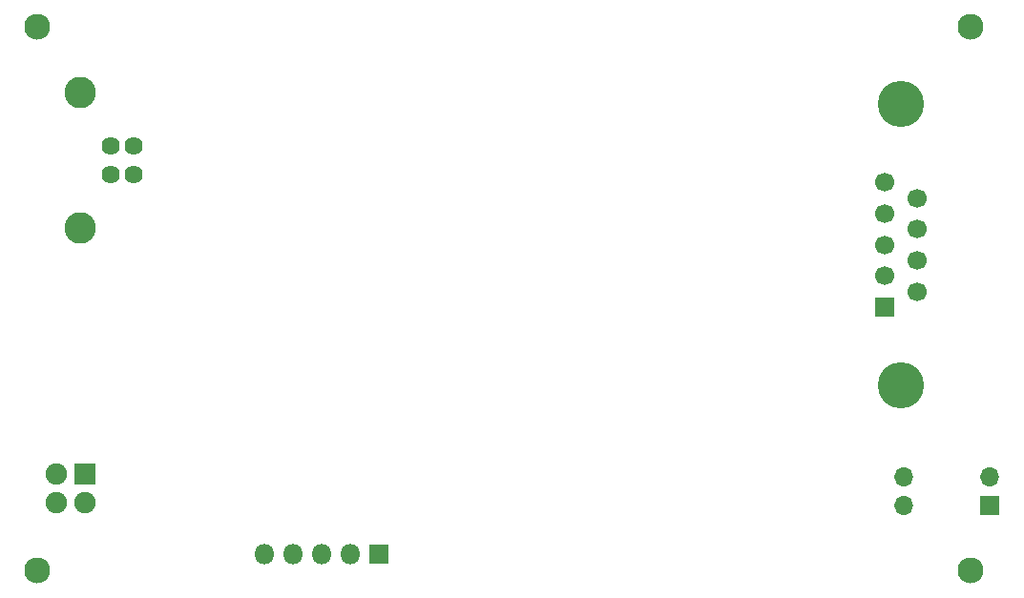
<source format=gbr>
G04 #@! TF.FileFunction,Soldermask,Bot*
%FSLAX46Y46*%
G04 Gerber Fmt 4.6, Leading zero omitted, Abs format (unit mm)*
G04 Created by KiCad (PCBNEW 4.0.7) date Fri Feb 16 20:15:51 2018*
%MOMM*%
%LPD*%
G01*
G04 APERTURE LIST*
%ADD10C,0.100000*%
%ADD11C,1.620000*%
%ADD12C,2.800000*%
%ADD13R,1.800000X1.800000*%
%ADD14O,1.800000X1.800000*%
%ADD15C,1.900000*%
%ADD16R,1.900000X1.900000*%
%ADD17C,2.300000*%
%ADD18R,1.700000X1.700000*%
%ADD19O,1.700000X1.700000*%
%ADD20C,1.700000*%
%ADD21C,4.100000*%
G04 APERTURE END LIST*
D10*
D11*
X12000000Y41200000D03*
X12000000Y38700000D03*
X10000000Y38700000D03*
X10000000Y41200000D03*
D12*
X7290000Y45950000D03*
X7290000Y33950000D03*
D13*
X33830000Y5000000D03*
D14*
X31290000Y5000000D03*
X28750000Y5000000D03*
X26210000Y5000000D03*
X23670000Y5000000D03*
D15*
X5160000Y9510000D03*
X5160000Y12050000D03*
D16*
X7700000Y12050000D03*
D15*
X7700000Y9510000D03*
D17*
X86300000Y3500000D03*
X86300000Y51800000D03*
X3500000Y3500000D03*
X3500000Y51800000D03*
D18*
X88000000Y9300000D03*
D19*
X80380000Y11840000D03*
X88000000Y11840000D03*
X80380000Y9300000D03*
D18*
X78700000Y26900000D03*
D20*
X78700000Y29670000D03*
X78700000Y32440000D03*
X78700000Y35210000D03*
X78700000Y37980000D03*
X81540000Y28285000D03*
X81540000Y31055000D03*
X81540000Y33825000D03*
X81540000Y36595000D03*
D21*
X80120000Y19940000D03*
X80120000Y44940000D03*
M02*

</source>
